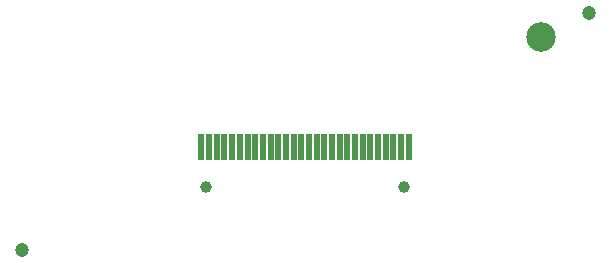
<source format=gbs>
G04 EAGLE Gerber RS-274X export*
G75*
%MOMM*%
%FSLAX34Y34*%
%LPD*%
%INSoldermask Bottom*%
%IPPOS*%
%AMOC8*
5,1,8,0,0,1.08239X$1,22.5*%
G01*
%ADD10R,0.553200X2.203200*%
%ADD11C,1.003200*%
%ADD12C,1.203200*%
%ADD13C,2.503200*%


D10*
X337750Y97000D03*
X331250Y97000D03*
X324750Y97000D03*
X318250Y97000D03*
X311750Y97000D03*
X305250Y97000D03*
X298750Y97000D03*
X292250Y97000D03*
X285750Y97000D03*
X279250Y97000D03*
X272750Y97000D03*
X266250Y97000D03*
X259750Y97000D03*
X253250Y97000D03*
X246750Y97000D03*
X240250Y97000D03*
X233750Y97000D03*
X227250Y97000D03*
X220750Y97000D03*
X214250Y97000D03*
X207750Y97000D03*
X201250Y97000D03*
X194750Y97000D03*
X188250Y97000D03*
X181750Y97000D03*
X175250Y97000D03*
X168750Y97000D03*
X162250Y97000D03*
D11*
X166250Y63000D03*
X333750Y63000D03*
D12*
X10000Y10000D03*
X490000Y210000D03*
D13*
X450000Y190000D03*
M02*

</source>
